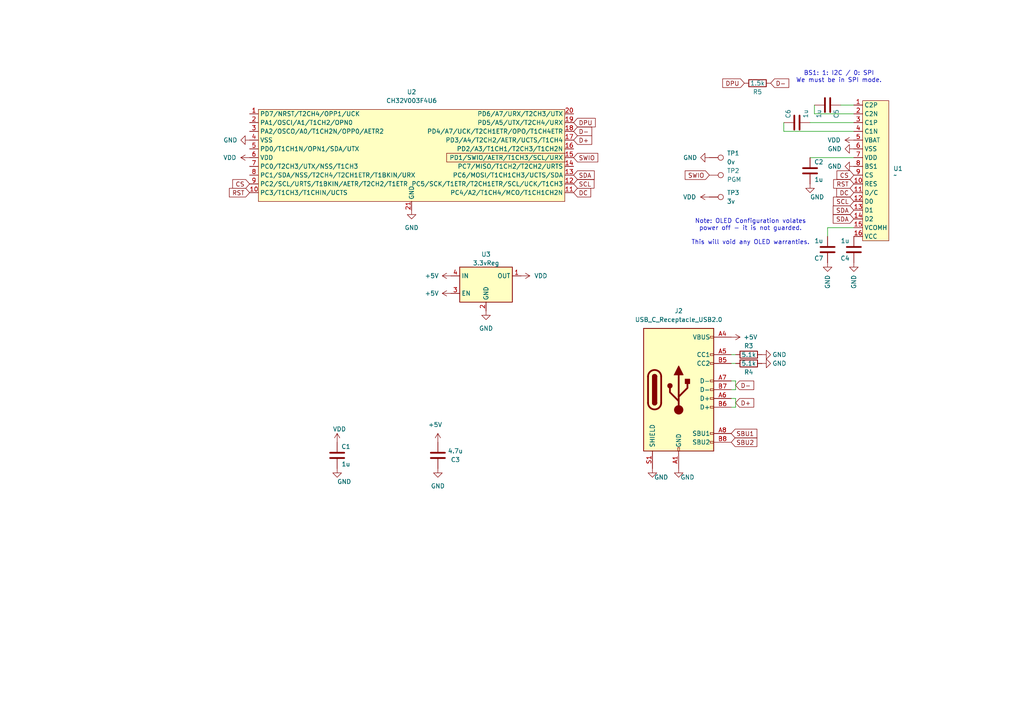
<source format=kicad_sch>
(kicad_sch (version 20231120) (generator "eeschema") (generator_version "8.0")
  (paper "A4")
  (lib_symbols
    (symbol "CH32V003F4U6:CH32V003F4U6"
      (property "Reference" "U" (at 0 0 0))
      (property "Value" "CH32V003F4U6" (at 0 3.81 0))
      (symbol "CH32V003F4U6_0_1"
        (rectangle (start -44.45 12.7) (end 44.45 -13.97) (fill (type background)))
        (rectangle (start 10.16 0) (end 44.45 -2.54) (fill (type background)))
      )
      (symbol "CH32V003F4U6_1_1"
        (pin bidirectional line (at -46.99 11.43 0) (length 2.54) (name "PD7/NRST/T2CH4/OPP1/UCK") (number "1"))
        (pin bidirectional line (at -46.99 -11.43 0) (length 2.54) (name "PC3/T1CH3/T1CHIN/UCTS") (number "10"))
        (pin bidirectional line (at 46.99 -11.43 180) (length 2.54) (name "PC4/A2/T1CH4/MCO/T1CH1CH2N") (number "11"))
        (pin bidirectional line (at 46.99 -8.89 180) (length 2.54) (name "PC5/SCK/T1ETR/T2CH1ETR/SCL/UCK/T1CH3") (number "12"))
        (pin bidirectional line (at 46.99 -6.35 180) (length 2.54) (name "PC6/MOSI/T1CH1CH3/UCTS/SDA") (number "13"))
        (pin bidirectional line (at 46.99 -3.81 180) (length 2.54) (name "PC7/MISO/T1CH2/T2CH2/URTS") (number "14"))
        (pin bidirectional line (at 46.99 -1.27 180) (length 2.54) (name "PD1/SWIO/AETR/T1CH3/SCL/URX") (number "15"))
        (pin bidirectional line (at 46.99 1.27 180) (length 2.54) (name "PD2/A3/T1CH1/T2CH3/T1CH2N") (number "16"))
        (pin bidirectional line (at 46.99 3.81 180) (length 2.54) (name "PD3/A4/T2CH2/AETR/UCTS/T1CH4") (number "17"))
        (pin bidirectional line (at 46.99 6.35 180) (length 2.54) (name "PD4/A7/UCK/T2CH1ETR/OPO/T1CH4ETR") (number "18"))
        (pin bidirectional line (at 46.99 8.89 180) (length 2.54) (name "PD5/A5/UTX/T2CH4/URX") (number "19"))
        (pin bidirectional line (at -46.99 8.89 0) (length 2.54) (name "PA1/OSCI/A1/T1CH2/OPN0") (number "2"))
        (pin bidirectional line (at 46.99 11.43 180) (length 2.54) (name "PD6/A7/URX/T2CH3/UTX") (number "20"))
        (pin bidirectional line (at 0 -16.51 90) (length 2.54) (name "GND") (number "21"))
        (pin bidirectional line (at -46.99 6.35 0) (length 2.54) (name "PA2/OSCO/A0/T1CH2N/OPP0/AETR2") (number "3"))
        (pin bidirectional line (at -46.99 3.81 0) (length 2.54) (name "VSS") (number "4"))
        (pin bidirectional line (at -46.99 1.27 0) (length 2.54) (name "PD0/T1CH1N/OPN1/SDA/UTX") (number "5"))
        (pin bidirectional line (at -46.99 -1.27 0) (length 2.54) (name "VDD") (number "6"))
        (pin bidirectional line (at -46.99 -3.81 0) (length 2.54) (name "PC0/T2CH3/UTX/NSS/T1CH3") (number "7"))
        (pin bidirectional line (at -46.99 -6.35 0) (length 2.54) (name "PC1/SDA/NSS/T2CH4/T2CH1ETR/T1BKIN/URX") (number "8"))
        (pin bidirectional line (at -46.99 -8.89 0) (length 2.54) (name "PC2/SCL/URTS/T1BKIN/AETR/T2CH2/T1ETR") (number "9"))
      )
    )
    (symbol "Connector:TestPoint" (pin_numbers hide) (pin_names (offset 0.762) hide)
      (property "Reference" "TP" (at 0 6.858 0))
      (property "Value" "TestPoint" (at 0 5.08 0))
      (symbol "TestPoint_0_1"
        (circle (center 0 3.302) (radius 0.762))
      )
      (symbol "TestPoint_1_1"
        (pin passive line (at 0 0 90) (length 2.54) (name "1") (number "1"))
      )
    )
    (symbol "Connector:USB_C_Receptacle_USB2.0" (pin_names (offset 1.016))
      (property "Reference" "J" (at -10.16 19.05 0))
      (property "Value" "USB_C_Receptacle_USB2.0" (at 19.05 19.05 0))
      (symbol "USB_C_Receptacle_USB2.0_0_0"
        (rectangle (start -0.254 -17.78) (end 0.254 -16.764))
        (rectangle (start 10.16 -14.986) (end 9.144 -15.494))
        (rectangle (start 10.16 -12.446) (end 9.144 -12.954))
        (rectangle (start 10.16 -4.826) (end 9.144 -5.334))
        (rectangle (start 10.16 -2.286) (end 9.144 -2.794))
        (rectangle (start 10.16 0.254) (end 9.144 -0.254))
        (rectangle (start 10.16 2.794) (end 9.144 2.286))
        (rectangle (start 10.16 7.874) (end 9.144 7.366))
        (rectangle (start 10.16 10.414) (end 9.144 9.906))
        (rectangle (start 10.16 15.494) (end 9.144 14.986))
      )
      (symbol "USB_C_Receptacle_USB2.0_0_1"
        (rectangle (start -10.16 17.78) (end 10.16 -17.78) (stroke (width 0.254)) (fill (type background)))
        (arc (start -8.89 -3.81) (mid -6.985 -5.7067) (end -5.08 -3.81) (stroke (width 0.508)))
        (arc (start -7.62 -3.81) (mid -6.985 -4.4423) (end -6.35 -3.81) (stroke (width 0.254)))
        (arc (start -7.62 -3.81) (mid -6.985 -4.4423) (end -6.35 -3.81) (stroke (width 0.254)) (fill (type outline)))
        (rectangle (start -7.62 -3.81) (end -6.35 3.81) (stroke (width 0.254)) (fill (type outline)))
        (arc (start -6.35 3.81) (mid -6.985 4.4423) (end -7.62 3.81) (stroke (width 0.254)))
        (arc (start -6.35 3.81) (mid -6.985 4.4423) (end -7.62 3.81) (stroke (width 0.254)) (fill (type outline)))
        (arc (start -5.08 3.81) (mid -6.985 5.7067) (end -8.89 3.81) (stroke (width 0.508)))
        (circle (center -2.54 1.143) (radius 0.635) (stroke (width 0.254)) (fill (type outline)))
        (circle (center 0 -5.842) (radius 1.27) (fill (type outline)))
        (polyline (pts (xy -8.89 -3.81) (xy -8.89 3.81)) (stroke (width 0.508)))
        (polyline (pts (xy -5.08 3.81) (xy -5.08 -3.81)) (stroke (width 0.508)))
        (polyline (pts (xy 0 -5.842) (xy 0 4.318)) (stroke (width 0.508)))
        (polyline (pts (xy 0 -3.302) (xy -2.54 -0.762) (xy -2.54 0.508)) (stroke (width 0.508)))
        (polyline (pts (xy 0 -2.032) (xy 2.54 0.508) (xy 2.54 1.778)) (stroke (width 0.508)))
        (polyline (pts (xy -1.27 4.318) (xy 0 6.858) (xy 1.27 4.318) (xy -1.27 4.318)) (stroke (width 0.254)) (fill (type outline)))
        (rectangle (start 1.905 1.778) (end 3.175 3.048) (stroke (width 0.254)) (fill (type outline)))
      )
      (symbol "USB_C_Receptacle_USB2.0_1_1"
        (pin passive line (at 0 -22.86 90) (length 5.08) (name "GND") (number "A1"))
        (pin passive line (at 0 -22.86 90) (length 5.08) hide (name "GND") (number "A12"))
        (pin passive line (at 15.24 15.24 180) (length 5.08) (name "VBUS") (number "A4"))
        (pin bidirectional line (at 15.24 10.16 180) (length 5.08) (name "CC1") (number "A5"))
        (pin bidirectional line (at 15.24 -2.54 180) (length 5.08) (name "D+") (number "A6"))
        (pin bidirectional line (at 15.24 2.54 180) (length 5.08) (name "D-") (number "A7"))
        (pin bidirectional line (at 15.24 -12.7 180) (length 5.08) (name "SBU1") (number "A8"))
        (pin passive line (at 15.24 15.24 180) (length 5.08) hide (name "VBUS") (number "A9"))
        (pin passive line (at 0 -22.86 90) (length 5.08) hide (name "GND") (number "B1"))
        (pin passive line (at 0 -22.86 90) (length 5.08) hide (name "GND") (number "B12"))
        (pin passive line (at 15.24 15.24 180) (length 5.08) hide (name "VBUS") (number "B4"))
        (pin bidirectional line (at 15.24 7.62 180) (length 5.08) (name "CC2") (number "B5"))
        (pin bidirectional line (at 15.24 -5.08 180) (length 5.08) (name "D+") (number "B6"))
        (pin bidirectional line (at 15.24 0 180) (length 5.08) (name "D-") (number "B7"))
        (pin bidirectional line (at 15.24 -15.24 180) (length 5.08) (name "SBU2") (number "B8"))
        (pin passive line (at 15.24 15.24 180) (length 5.08) hide (name "VBUS") (number "B9"))
        (pin passive line (at -7.62 -22.86 90) (length 5.08) (name "SHIELD") (number "S1"))
      )
    )
    (symbol "Device:C" (pin_numbers hide) (pin_names (offset 0.254))
      (property "Reference" "C" (at 0.635 2.54 0))
      (property "Value" "C" (at 0.635 -2.54 0))
      (symbol "C_0_1"
        (polyline (pts (xy -2.032 -0.762) (xy 2.032 -0.762)) (stroke (width 0.508)))
        (polyline (pts (xy -2.032 0.762) (xy 2.032 0.762)) (stroke (width 0.508)))
      )
      (symbol "C_1_1"
        (pin passive line (at 0 3.81 270) (length 2.794) (name "~") (number "1"))
        (pin passive line (at 0 -3.81 90) (length 2.794) (name "~") (number "2"))
      )
    )
    (symbol "Device:R" (pin_numbers hide) (pin_names (offset 0))
      (property "Reference" "R" (at 2.032 0 90))
      (property "Value" "R" (at 0 0 90))
      (symbol "R_0_1"
        (rectangle (start -1.016 -2.54) (end 1.016 2.54) (stroke (width 0.254)))
      )
      (symbol "R_1_1"
        (pin passive line (at 0 3.81 270) (length 1.27) (name "~") (number "1"))
        (pin passive line (at 0 -3.81 90) (length 1.27) (name "~") (number "2"))
      )
    )
    (symbol "Regulator_Linear:NCP115AMX120TCG"
      (property "Reference" "U" (at 2.54 10.16 0))
      (property "Value" "NCP115AMX120TCG" (at 10.16 7.62 0))
      (symbol "NCP115AMX120TCG_0_1"
        (rectangle (start -7.62 5.08) (end 7.62 -5.08) (stroke (width 0.254)) (fill (type background)))
      )
      (symbol "NCP115AMX120TCG_1_1"
        (pin power_out line (at 10.16 2.54 180) (length 2.54) (name "OUT") (number "1"))
        (pin power_in line (at 0 -7.62 90) (length 2.54) (name "GND") (number "2"))
        (pin input line (at -10.16 -2.54 0) (length 2.54) (name "EN") (number "3"))
        (pin power_in line (at -10.16 2.54 0) (length 2.54) (name "IN") (number "4"))
        (pin passive line (at 0 -7.62 90) (length 2.54) hide (name "GND") (number "5"))
      )
    )
    (symbol "cnhardware:OLED-0.42-72x40"
      (property "Reference" "U" (at -1.016 21.336 0))
      (symbol "OLED-0.42-72x40_1_1"
        (rectangle (start -3.81 20.32) (end 3.81 -20.32) (fill (type background)))
        (pin bidirectional line (at -6.35 19.05 0) (length 2.54) (name "C2P") (number "1"))
        (pin bidirectional line (at -6.35 -3.81 0) (length 2.54) (name "RES") (number "10"))
        (pin bidirectional line (at -6.35 -6.35 0) (length 2.54) (name "D/C") (number "11"))
        (pin bidirectional line (at -6.35 -8.89 0) (length 2.54) (name "D0") (number "12"))
        (pin bidirectional line (at -6.35 -11.43 0) (length 2.54) (name "D1") (number "13"))
        (pin bidirectional line (at -6.35 -13.97 0) (length 2.54) (name "D2") (number "14"))
        (pin bidirectional line (at -6.35 -16.51 0) (length 2.54) (name "VCOMH") (number "15"))
        (pin bidirectional line (at -6.35 -19.05 0) (length 2.54) (name "VCC") (number "16"))
        (pin bidirectional line (at -6.35 16.51 0) (length 2.54) (name "C2N") (number "2"))
        (pin bidirectional line (at -6.35 13.97 0) (length 2.54) (name "C1P") (number "3"))
        (pin bidirectional line (at -6.35 11.43 0) (length 2.54) (name "C1N") (number "4"))
        (pin bidirectional line (at -6.35 8.89 0) (length 2.54) (name "VBAT") (number "5"))
        (pin bidirectional line (at -6.35 6.35 0) (length 2.54) (name "VSS") (number "6"))
        (pin bidirectional line (at -6.35 3.81 0) (length 2.54) (name "VDD") (number "7"))
        (pin bidirectional line (at -6.35 1.27 0) (length 2.54) (name "BS1") (number "8"))
        (pin bidirectional line (at -6.35 -1.27 0) (length 2.54) (name "CS") (number "9"))
      )
    )
    (symbol "power:+5V" (power) (pin_names (offset 0))
      (property "Value" "+5V" (at 0 3.556 0))
      (symbol "+5V_0_1"
        (polyline (pts (xy -0.762 1.27) (xy 0 2.54)))
        (polyline (pts (xy 0 0) (xy 0 2.54)))
        (polyline (pts (xy 0 2.54) (xy 0.762 1.27)))
      )
      (symbol "+5V_1_1"
        (pin power_in line (at 0 0 90) (length 0) hide (name "+5V") (number "1"))
      )
    )
    (symbol "power:GND" (power) (pin_names (offset 0))
      (property "Value" "GND" (at 0 -3.81 0))
      (symbol "GND_0_1"
        (polyline (pts (xy 0 0) (xy 0 -1.27) (xy 1.27 -1.27) (xy 0 -2.54) (xy -1.27 -1.27) (xy 0 -1.27)))
      )
      (symbol "GND_1_1"
        (pin power_in line (at 0 0 270) (length 0) hide (name "GND") (number "1"))
      )
    )
    (symbol "power:VDD" (power) (pin_names (offset 0))
      (property "Value" "VDD" (at 0 3.81 0))
      (symbol "VDD_0_1"
        (polyline (pts (xy -0.762 1.27) (xy 0 2.54)))
        (polyline (pts (xy 0 0) (xy 0 2.54)))
        (polyline (pts (xy 0 2.54) (xy 0.762 1.27)))
      )
      (symbol "VDD_1_1"
        (pin power_in line (at 0 0 90) (length 0) hide (name "VDD") (number "1"))
      )
    )
  )
  (wire (pts (xy 213.36 118.11) (xy 212.09 118.11)))
  (wire (pts (xy 240.03 66.04) (xy 247.65 66.04)))
  (wire (pts (xy 212.09 113.03) (xy 213.36 113.03)))
  (wire (pts (xy 240.03 68.58) (xy 240.03 66.04)))
  (wire (pts (xy 234.95 45.72) (xy 247.65 45.72)))
  (wire (pts (xy 213.36 115.57) (xy 213.36 118.11)))
  (wire (pts (xy 243.84 30.48) (xy 247.65 30.48)))
  (wire (pts (xy 236.22 33.02) (xy 247.65 33.02)))
  (wire (pts (xy 227.33 38.1) (xy 227.33 35.56)))
  (wire (pts (xy 236.22 30.48) (xy 236.22 33.02)))
  (wire (pts (xy 213.36 115.57) (xy 212.09 115.57)))
  (wire (pts (xy 213.36 110.49) (xy 212.09 110.49)))
  (wire (pts (xy 213.36 110.49) (xy 213.36 113.03)))
  (wire (pts (xy 212.09 105.41) (xy 213.36 105.41)))
  (wire (pts (xy 234.95 35.56) (xy 247.65 35.56)))
  (wire (pts (xy 247.65 38.1) (xy 227.33 38.1)))
  (wire (pts (xy 212.09 102.87) (xy 213.36 102.87)))
  (text "BS1: 1: I2C / 0: SPI\nWe must be in SPI mode." (at 243.332 22.352 0) (effects (font (size 1.27 1.27))))
  (text "Note: OLED Configuration volates\npower off - it is not guarded.\n\nThis will void any OLED warranties." (at 217.678 67.31 0) (effects (font (size 1.27 1.27))))
  (global_label "D+" (shape input) (at 166.37 40.64 0) (property "Intersheetrefs" "${INTERSHEET_REFS}" (effects (hide yes))))
  (global_label "DC" (shape input) (at 166.37 55.88 0) (property "Intersheetrefs" "${INTERSHEET_REFS}" (effects (hide yes))))
  (global_label "SWIO" (shape input) (at 166.37 45.72 0) (property "Intersheetrefs" "${INTERSHEET_REFS}" (effects (hide yes))))
  (global_label "SWIO" (shape input) (at 205.74 50.8 180) (property "Intersheetrefs" "${INTERSHEET_REFS}" (effects (hide yes))))
  (global_label "SDA" (shape input) (at 247.65 63.5 180) (property "Intersheetrefs" "${INTERSHEET_REFS}" (effects (hide yes))))
  (global_label "DPU" (shape input) (at 215.9 24.13 180) (property "Intersheetrefs" "${INTERSHEET_REFS}" (effects (hide yes))))
  (global_label "D-" (shape input) (at 213.36 111.76 0) (property "Intersheetrefs" "${INTERSHEET_REFS}" (effects (hide yes))))
  (global_label "SDA" (shape input) (at 166.37 50.8 0) (property "Intersheetrefs" "${INTERSHEET_REFS}" (effects (hide yes))))
  (global_label "CS" (shape input) (at 72.39 53.34 180) (property "Intersheetrefs" "${INTERSHEET_REFS}" (effects (hide yes))))
  (global_label "SCL" (shape input) (at 166.37 53.34 0) (property "Intersheetrefs" "${INTERSHEET_REFS}" (effects (hide yes))))
  (global_label "RST" (shape input) (at 72.39 55.88 180) (property "Intersheetrefs" "${INTERSHEET_REFS}" (effects (hide yes))))
  (global_label "D-" (shape input) (at 223.52 24.13 0) (property "Intersheetrefs" "${INTERSHEET_REFS}" (effects (hide yes))))
  (global_label "CS" (shape input) (at 247.65 50.8 180) (property "Intersheetrefs" "${INTERSHEET_REFS}" (effects (hide yes))))
  (global_label "SDA" (shape input) (at 247.65 60.96 180) (property "Intersheetrefs" "${INTERSHEET_REFS}" (effects (hide yes))))
  (global_label "D-" (shape input) (at 166.37 38.1 0) (property "Intersheetrefs" "${INTERSHEET_REFS}" (effects (hide yes))))
  (global_label "SBU1" (shape input) (at 212.09 125.73 0) (property "Intersheetrefs" "${INTERSHEET_REFS}" (effects (hide yes))))
  (global_label "RST" (shape input) (at 247.65 53.34 180) (property "Intersheetrefs" "${INTERSHEET_REFS}" (effects (hide yes))))
  (global_label "SCL" (shape input) (at 247.65 58.42 180) (property "Intersheetrefs" "${INTERSHEET_REFS}" (effects (hide yes))))
  (global_label "DC" (shape input) (at 247.65 55.88 180) (property "Intersheetrefs" "${INTERSHEET_REFS}" (effects (hide yes))))
  (global_label "DPU" (shape input) (at 166.37 35.56 0) (property "Intersheetrefs" "${INTERSHEET_REFS}" (effects (hide yes))))
  (global_label "D+" (shape input) (at 213.36 116.84 0) (property "Intersheetrefs" "${INTERSHEET_REFS}" (effects (hide yes))))
  (global_label "SBU2" (shape input) (at 212.09 128.27 0) (property "Intersheetrefs" "${INTERSHEET_REFS}" (effects (hide yes))))
  (symbol (lib_id "power:VDD") (at 97.79 128.27 0) (unit 1)
    (property "Reference" "#PWR04" (effects (hide yes)))
    (property "Value" "VDD" (at 96.52 124.46 0) (effects (justify left)))
  )
  (symbol (lib_id "Connector:TestPoint") (at 205.74 45.72 270) (unit 1)
    (property "Reference" "TP1" (at 210.82 44.4499 90) (effects (justify left)))
    (property "Value" "0v" (at 210.82 46.9899 90) (effects (justify left)))
    (property "Footprint" "TestPoint:TestPoint_Pad_D1.0mm" (effects (hide yes)))
    (property "Description" "test point" (effects (hide yes)))
  )
  (symbol (lib_id "power:GND") (at 127 135.89 0) (unit 1)
    (property "Reference" "#PWR010" (effects (hide yes)))
    (property "Value" "GND" (at 127 140.97 0))
  )
  (symbol (lib_id "Device:C") (at 234.95 49.53 180) (unit 1)
    (property "Reference" "C2" (at 237.49 46.99 0))
    (property "Value" "1u" (at 237.49 52.07 0))
    (property "Footprint" "Capacitor_SMD:C_0603_1608Metric" (effects (hide yes)))
    (property "LCSC" "C15849" (effects (hide yes)))
  )
  (symbol (lib_id "power:GND") (at 196.85 135.89 0) (unit 1)
    (property "Reference" "#PWR015" (effects (hide yes)))
    (property "Value" "GND" (at 199.39 138.43 0))
  )
  (symbol (lib_id "power:GND") (at 119.38 60.96 0) (unit 1)
    (property "Reference" "#PWR08" (effects (hide yes)))
    (property "Value" "GND" (at 119.38 66.04 0))
  )
  (symbol (lib_id "cnhardware:OLED-0.42-72x40") (at 254 49.53 0) (unit 1)
    (property "Reference" "U1" (at 259.08 48.8949 0) (effects (justify left)))
    (property "Value" "~" (at 259.08 50.8 0) (effects (justify left)))
    (property "Footprint" "cnhardware:P0.65mm_16_pin_OLED_FLEX_CONTACT" (effects (hide yes)))
  )
  (symbol (lib_id "power:+5V") (at 130.81 80.01 90) (unit 1)
    (property "Reference" "#PWR027" (effects (hide yes)))
    (property "Value" "+5V" (at 123.19 80.01 90) (effects (justify right)))
  )
  (symbol (lib_id "Connector:TestPoint") (at 205.74 57.15 270) (unit 1)
    (property "Reference" "TP3" (at 210.82 55.8799 90) (effects (justify left)))
    (property "Value" "3v" (at 210.82 58.4199 90) (effects (justify left)))
    (property "Footprint" "TestPoint:TestPoint_Pad_D1.0mm" (effects (hide yes)))
    (property "Description" "test point" (effects (hide yes)))
  )
  (symbol (lib_id "power:GND") (at 205.74 45.72 270) (unit 1)
    (property "Reference" "#PWR016" (effects (hide yes)))
    (property "Value" "GND" (at 198.12 45.72 90) (effects (justify left)))
  )
  (symbol (lib_id "power:GND") (at 220.98 105.41 90) (unit 1)
    (property "Reference" "#PWR021" (effects (hide yes)))
    (property "Value" "GND" (at 226.06 105.41 90))
  )
  (symbol (lib_id "Device:C") (at 240.03 72.39 0) (unit 1)
    (property "Reference" "C7" (at 237.49 74.93 0))
    (property "Value" "1u" (at 237.49 69.85 0))
    (property "Footprint" "Capacitor_SMD:C_0603_1608Metric" (effects (hide yes)))
    (property "LCSC" "C15849" (effects (hide yes)))
  )
  (symbol (lib_id "power:+5V") (at 127 128.27 0) (unit 1)
    (property "Reference" "#PWR09" (effects (hide yes)))
    (property "Value" "+5V" (at 128.27 123.19 0) (effects (justify right)))
  )
  (symbol (lib_id "Device:R") (at 217.17 105.41 90) (unit 1)
    (property "Reference" "R4" (at 217.17 107.95 90))
    (property "Value" "5.1k" (at 217.17 105.41 90))
    (property "Footprint" "Resistor_SMD:R_0402_1005Metric" (effects (hide yes)))
    (property "LCSC" "C25905" (effects (hide yes)))
  )
  (symbol (lib_id "power:+5V") (at 212.09 97.79 270) (unit 1)
    (property "Reference" "#PWR019" (effects (hide yes)))
    (property "Value" "+5V" (at 219.71 97.79 90) (effects (justify right)))
  )
  (symbol (lib_id "power:GND") (at 247.65 48.26 270) (unit 1)
    (property "Reference" "#PWR06" (effects (hide yes)))
    (property "Value" "GND" (at 240.03 48.26 90) (effects (justify left)))
  )
  (symbol (lib_id "power:VDD") (at 247.65 40.64 90) (unit 1)
    (property "Reference" "#PWR018" (effects (hide yes)))
    (property "Value" "VDD" (at 243.84 40.6399 90) (effects (justify left)))
  )
  (symbol (lib_id "power:+5V") (at 130.81 85.09 90) (unit 1)
    (property "Reference" "#PWR028" (effects (hide yes)))
    (property "Value" "+5V" (at 123.19 85.09 90) (effects (justify right)))
  )
  (symbol (lib_id "power:GND") (at 140.97 90.17 0) (unit 1)
    (property "Reference" "#PWR029" (effects (hide yes)))
    (property "Value" "GND" (at 140.97 95.25 0))
  )
  (symbol (lib_id "Regulator_Linear:NCP115AMX120TCG") (at 140.97 82.55 0) (unit 1)
    (property "Reference" "U3" (at 140.97 73.7702 0))
    (property "Value" "3.3vReg" (at 140.97 76.3071 0))
    (property "Footprint" "cnhardware:xdfn-reg" (effects (hide yes)))
    (property "Datasheet" "https://www.onsemi.com/pub/Collateral/NCP115-D.PDF" (effects (hide yes)))
    (property "LCSC" "C379350" (effects (hide yes)))
  )
  (symbol (lib_id "power:VDD") (at 205.74 57.15 90) (unit 1)
    (property "Reference" "#PWR017" (effects (hide yes)))
    (property "Value" "VDD" (at 201.93 57.1499 90) (effects (justify left)))
  )
  (symbol (lib_id "Device:R") (at 217.17 102.87 90) (unit 1)
    (property "Reference" "R3" (at 217.17 100.33 90))
    (property "Value" "5.1k" (at 217.17 102.87 90))
    (property "Footprint" "Resistor_SMD:R_0402_1005Metric" (effects (hide yes)))
    (property "LCSC" "C25905" (effects (hide yes)))
  )
  (symbol (lib_id "Device:C") (at 127 132.08 180) (unit 1)
    (property "Reference" "C3" (at 132.08 133.35 0))
    (property "Value" "4.7u" (at 132.08 130.81 0))
    (property "Footprint" "Capacitor_SMD:C_0603_1608Metric" (effects (hide yes)))
    (property "LCSC" "C19666" (effects (hide yes)))
  )
  (symbol (lib_id "power:GND") (at 234.95 53.34 0) (unit 1)
    (property "Reference" "#PWR07" (effects (hide yes)))
    (property "Value" "GND" (at 234.95 57.15 0) (effects (justify left)))
  )
  (symbol (lib_id "power:GND") (at 97.79 135.89 0) (unit 1)
    (property "Reference" "#PWR05" (effects (hide yes)))
    (property "Value" "GND" (at 97.79 139.7 0) (effects (justify left)))
  )
  (symbol (lib_id "power:GND") (at 189.23 135.89 0) (unit 1)
    (property "Reference" "#PWR014" (effects (hide yes)))
    (property "Value" "GND" (at 191.77 138.43 0))
  )
  (symbol (lib_id "Connector:TestPoint") (at 205.74 50.8 270) (unit 1)
    (property "Reference" "TP2" (at 210.82 49.5299 90) (effects (justify left)))
    (property "Value" "PGM" (at 210.82 52.0699 90) (effects (justify left)))
    (property "Footprint" "TestPoint:TestPoint_Pad_D1.0mm" (effects (hide yes)))
    (property "Description" "test point" (effects (hide yes)))
  )
  (symbol (lib_id "Device:C") (at 240.03 30.48 90) (unit 1)
    (property "Reference" "C5" (at 242.57 33.02 0))
    (property "Value" "1u" (at 237.49 33.02 0))
    (property "Footprint" "Capacitor_SMD:C_0603_1608Metric" (effects (hide yes)))
    (property "LCSC" "C15849" (effects (hide yes)))
  )
  (symbol (lib_id "power:VDD") (at 151.13 80.01 270) (unit 1)
    (property "Reference" "#PWR030" (effects (hide yes)))
    (property "Value" "VDD" (at 154.94 80.01 90) (effects (justify left)))
  )
  (symbol (lib_id "Device:C") (at 97.79 132.08 180) (unit 1)
    (property "Reference" "C1" (at 100.33 129.54 0))
    (property "Value" "1u" (at 100.33 134.62 0))
    (property "Footprint" "Capacitor_SMD:C_0603_1608Metric" (effects (hide yes)))
    (property "LCSC" "C15849" (effects (hide yes)))
  )
  (symbol (lib_id "power:GND") (at 247.65 43.18 270) (unit 1)
    (property "Reference" "#PWR022" (effects (hide yes)))
    (property "Value" "GND" (at 240.03 43.18 90) (effects (justify left)))
  )
  (symbol (lib_id "Device:C") (at 231.14 35.56 270) (unit 1)
    (property "Reference" "C6" (at 228.6 33.02 0))
    (property "Value" "1u" (at 233.68 33.02 0))
    (property "Footprint" "Capacitor_SMD:C_0603_1608Metric" (effects (hide yes)))
    (property "LCSC" "C15849" (effects (hide yes)))
  )
  (symbol (lib_id "Device:R") (at 219.71 24.13 90) (unit 1)
    (property "Reference" "R5" (at 219.71 26.67 90))
    (property "Value" "1.5k" (at 219.71 24.13 90))
    (property "Footprint" "Resistor_SMD:R_0402_1005Metric" (effects (hide yes)))
    (property "LCSC" "C25867" (effects (hide yes)))
  )
  (symbol (lib_id "Device:C") (at 247.65 72.39 0) (unit 1)
    (property "Reference" "C4" (at 245.11 74.93 0))
    (property "Value" "1u" (at 245.11 69.85 0))
    (property "Footprint" "Capacitor_SMD:C_0603_1608Metric" (effects (hide yes)))
    (property "LCSC" "C15849" (effects (hide yes)))
  )
  (symbol (lib_id "power:GND") (at 240.03 76.2 0) (unit 1)
    (property "Reference" "#PWR024" (effects (hide yes)))
    (property "Value" "GND" (at 240.03 83.82 90) (effects (justify left)))
  )
  (symbol (lib_id "Connector:USB_C_Receptacle_USB2.0") (at 196.85 113.03 0) (unit 1)
    (property "Reference" "J2" (at 196.85 90.17 0))
    (property "Value" "USB_C_Receptacle_USB2.0" (at 196.85 92.71 0))
    (property "Footprint" "cnhardware:USB_C_PADDLE" (effects (hide yes)))
    (property "Datasheet" "https://www.usb.org/sites/default/files/documents/usb_type-c.zip" (effects (hide yes)))
  )
  (symbol (lib_id "power:GND") (at 247.65 76.2 0) (unit 1)
    (property "Reference" "#PWR01" (effects (hide yes)))
    (property "Value" "GND" (at 247.65 83.82 90) (effects (justify left)))
  )
  (symbol (lib_id "power:GND") (at 72.39 40.64 270) (unit 1)
    (property "Reference" "#PWR02" (effects (hide yes)))
    (property "Value" "GND" (at 64.77 40.64 90) (effects (justify left)))
  )
  (symbol (lib_id "CH32V003F4U6:CH32V003F4U6") (at 119.38 44.45 0) (unit 1)
    (property "Reference" "U2" (at 119.38 26.67 0))
    (property "Value" "CH32V003F4U6" (at 119.38 29.21 0))
    (property "Footprint" "Package_DFN_QFN:QFN-20-1EP_3x3mm_P0.4mm_EP1.65x1.65mm" (effects (hide yes)))
    (property "LCSC" "C5299908" (effects (hide yes)))
  )
  (symbol (lib_id "power:VDD") (at 72.39 45.72 90) (unit 1)
    (property "Reference" "#PWR03" (effects (hide yes)))
    (property "Value" "VDD" (at 68.58 45.7199 90) (effects (justify left)))
  )
  (symbol (lib_id "power:GND") (at 220.98 102.87 90) (unit 1)
    (property "Reference" "#PWR020" (effects (hide yes)))
    (property "Value" "GND" (at 226.06 102.87 90))
  )
)
</source>
